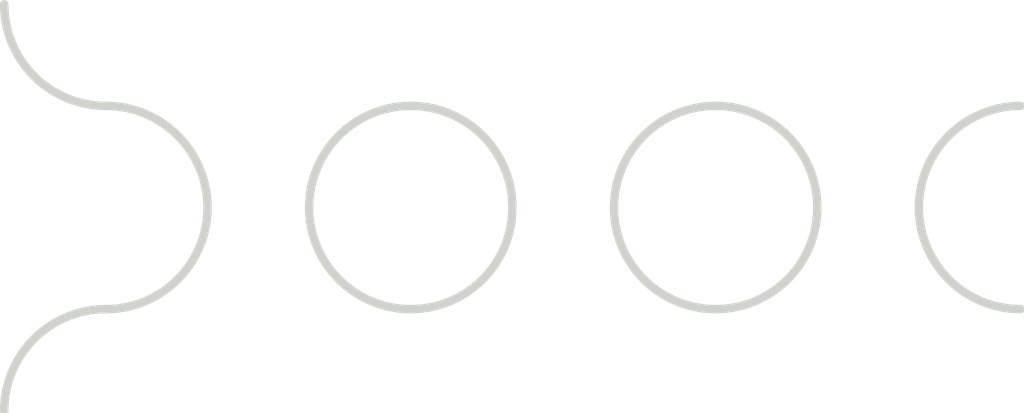
<source format=kicad_pcb>
(kicad_pcb (version 20171130) (host pcbnew 5.1.6+dfsg1-1~bpo10+1)

  (general
    (thickness 1.6)
    (drawings 8)
    (tracks 0)
    (zones 0)
    (modules 0)
    (nets 1)
  )

  (page A4)
  (title_block
    (title "TH-XWhatsIt Controller pcb and optional plugboards")
    (date 2020-01-31)
    (rev 0.0.3)
    (company "Rainy Day Plans")
    (comment 1 "if plugboards are not needed, delete them ")
    (comment 4 "Licenced under CERN OHL Version 1.2")
  )

  (layers
    (0 F.Cu jumper)
    (31 B.Cu signal)
    (32 B.Adhes user)
    (33 F.Adhes user)
    (34 B.Paste user)
    (35 F.Paste user)
    (36 B.SilkS user)
    (37 F.SilkS user)
    (38 B.Mask user)
    (39 F.Mask user)
    (40 Dwgs.User user)
    (41 Cmts.User user)
    (42 Eco1.User user)
    (43 Eco2.User user)
    (44 Edge.Cuts user)
    (45 Margin user)
    (46 B.CrtYd user)
    (47 F.CrtYd user)
    (48 B.Fab user)
    (49 F.Fab user)
  )

  (setup
    (last_trace_width 0.1524)
    (user_trace_width 0.1524)
    (user_trace_width 0.3048)
    (user_trace_width 0.1524)
    (user_trace_width 0.3048)
    (user_trace_width 0.1524)
    (user_trace_width 0.3048)
    (user_trace_width 0.1524)
    (user_trace_width 0.3048)
    (user_trace_width 0.1524)
    (user_trace_width 0.3048)
    (user_trace_width 0.1524)
    (user_trace_width 0.3048)
    (trace_clearance 0.1524)
    (zone_clearance 0.152)
    (zone_45_only no)
    (trace_min 0.1524)
    (via_size 0.508)
    (via_drill 0.254)
    (via_min_size 0.508)
    (via_min_drill 0.254)
    (user_via 0.508 0.254)
    (user_via 1.016 0.508)
    (user_via 0.508 0.254)
    (user_via 1.016 0.508)
    (user_via 0.508 0.254)
    (user_via 1.016 0.508)
    (user_via 0.508 0.254)
    (user_via 1.016 0.508)
    (user_via 0.508 0.254)
    (user_via 1.016 0.508)
    (user_via 0.508 0.254)
    (user_via 1.016 0.508)
    (uvia_size 0.508)
    (uvia_drill 0.254)
    (uvias_allowed no)
    (uvia_min_size 0.2)
    (uvia_min_drill 0.1)
    (edge_width 0.05)
    (segment_width 0.2)
    (pcb_text_width 0.3)
    (pcb_text_size 1.5 1.5)
    (mod_edge_width 0.12)
    (mod_text_size 1 1)
    (mod_text_width 0.15)
    (pad_size 0.6 0.6)
    (pad_drill 0.3)
    (pad_to_mask_clearance 0.0508)
    (solder_mask_min_width 0.101)
    (aux_axis_origin 110.05 131.6)
    (visible_elements 7FFFFF7F)
    (pcbplotparams
      (layerselection 0x010fc_ffffffff)
      (usegerberextensions false)
      (usegerberattributes false)
      (usegerberadvancedattributes false)
      (creategerberjobfile false)
      (excludeedgelayer true)
      (linewidth 0.100000)
      (plotframeref false)
      (viasonmask false)
      (mode 1)
      (useauxorigin true)
      (hpglpennumber 1)
      (hpglpenspeed 20)
      (hpglpendiameter 15.000000)
      (psnegative false)
      (psa4output false)
      (plotreference true)
      (plotvalue true)
      (plotinvisibletext false)
      (padsonsilk false)
      (subtractmaskfromsilk false)
      (outputformat 1)
      (mirror false)
      (drillshape 0)
      (scaleselection 1)
      (outputdirectory "CompactBeamspringP2/"))
  )

  (net 0 "")

  (net_class Default "This is the default net class."
    (clearance 0.1524)
    (trace_width 0.1524)
    (via_dia 0.508)
    (via_drill 0.254)
    (uvia_dia 0.508)
    (uvia_drill 0.254)
    (diff_pair_width 0.1524)
    (diff_pair_gap 0.1524)
  )

  (net_class Power ""
    (clearance 0.1524)
    (trace_width 0.3048)
    (via_dia 0.508)
    (via_drill 0.254)
    (uvia_dia 0.508)
    (uvia_drill 0.254)
    (diff_pair_width 0.1524)
    (diff_pair_gap 0.1524)
  )

  (gr_arc (start 116.05 112.25) (end 116.05 111.65) (angle -180) (layer Edge.Cuts) (width 0.05) (tstamp 5F3CFB40))
  (gr_arc (start 114.25 112.25) (end 114.25 111.65) (angle -180) (layer Edge.Cuts) (width 0.05) (tstamp 5F3CFB3E))
  (gr_arc (start 114.25 112.25) (end 114.25 112.85) (angle -180) (layer Edge.Cuts) (width 0.05) (tstamp 5F3CFB3B))
  (gr_arc (start 112.45 112.25) (end 112.45 112.85) (angle -180) (layer Edge.Cuts) (width 0.05) (tstamp 5F3CFB39))
  (gr_arc (start 110.65 112.25) (end 110.65 112.85) (angle -180) (layer Edge.Cuts) (width 0.05) (tstamp 5F3CFB2D))
  (gr_arc (start 112.45 112.25) (end 112.45 111.65) (angle -180) (layer Edge.Cuts) (width 0.05) (tstamp 5F3CFB29))
  (gr_arc (start 110.65 113.45) (end 110.65 112.85) (angle -90) (layer Edge.Cuts) (width 0.05))
  (gr_arc (start 110.65 111.05) (end 110.05 111.05) (angle -90) (layer Edge.Cuts) (width 0.05))

)

</source>
